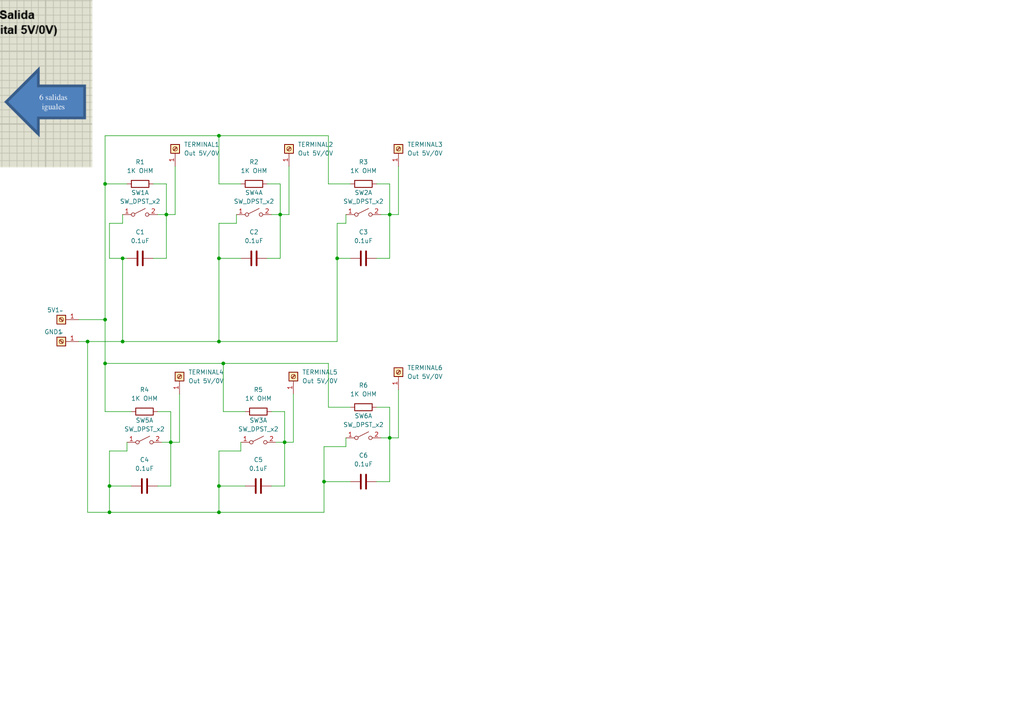
<source format=kicad_sch>
(kicad_sch (version 20250114) (generator "eeschema") (generator_version "9.0")
  (paper "A4")
  (lib_symbols
    (symbol "Connector:Screw_Terminal_01x01" (pin_names (offset 1.016) (hide yes))
      (property "Reference" "J" (at 0 2.54 0))
      (property "Value" "Screw_Terminal_01x01" (at 0 -2.54 0))
      (symbol "Screw_Terminal_01x01_1_1"
        (rectangle (start -1.27 1.27) (end 1.27 -1.27) (stroke (width 0.254)) (fill (type background)))
        (polyline (pts (xy -0.5334 0.3302) (xy 0.3302 -0.508)) (stroke (width 0.1524)))
        (polyline (pts (xy -0.3556 0.508) (xy 0.508 -0.3302)) (stroke (width 0.1524)))
        (circle (center 0 0) (radius 0.635) (stroke (width 0.1524)))
        (pin passive line (at -5.08 0 0) (length 3.81) (name "Pin_1") (number "1"))
      )
    )
    (symbol "Device:C" (pin_numbers (hide yes)) (pin_names (offset 0.254))
      (property "Reference" "C" (at 0.635 2.54 0))
      (property "Value" "C" (at 0.635 -2.54 0))
      (symbol "C_0_1"
        (polyline (pts (xy -2.032 0.762) (xy 2.032 0.762)) (stroke (width 0.508)))
        (polyline (pts (xy -2.032 -0.762) (xy 2.032 -0.762)) (stroke (width 0.508)))
      )
      (symbol "C_1_1"
        (pin passive line (at 0 3.81 270) (length 2.794) (name "~") (number "1"))
        (pin passive line (at 0 -3.81 90) (length 2.794) (name "~") (number "2"))
      )
    )
    (symbol "Device:R" (pin_numbers (hide yes)) (pin_names (offset 0))
      (property "Reference" "R" (at 2.032 0 90))
      (property "Value" "R" (at 0 0 90))
      (symbol "R_0_1"
        (rectangle (start -1.016 -2.54) (end 1.016 2.54) (stroke (width 0.254)))
      )
      (symbol "R_1_1"
        (pin passive line (at 0 3.81 270) (length 1.27) (name "~") (number "1"))
        (pin passive line (at 0 -3.81 90) (length 1.27) (name "~") (number "2"))
      )
    )
    (symbol "Switch:SW_DPST_x2" (pin_names (offset 0) (hide yes))
      (property "Reference" "SW" (at 0 3.175 0))
      (property "Value" "SW_DPST_x2" (at 0 -2.54 0))
      (symbol "SW_DPST_x2_0_0"
        (circle (center -2.032 0) (radius 0.508))
        (polyline (pts (xy -1.524 0.254) (xy 1.524 1.778)))
        (circle (center 2.032 0) (radius 0.508))
      )
      (symbol "SW_DPST_x2_1_1"
        (pin passive line (at -5.08 0 0) (length 2.54) (name "A") (number "1"))
        (pin passive line (at 5.08 0 180) (length 2.54) (name "B") (number "2"))
      )
      (symbol "SW_DPST_x2_2_1"
        (pin passive line (at -5.08 0 0) (length 2.54) (name "A") (number "3"))
        (pin passive line (at 5.08 0 180) (length 2.54) (name "B") (number "4"))
      )
    )
  )
  (junction (at 63.5 148.59))
  (junction (at 30.48 92.71))
  (junction (at 49.53 128.27))
  (junction (at 93.98 139.7))
  (junction (at 63.5 99.06))
  (junction (at 82.55 128.27))
  (junction (at 31.75 140.97))
  (junction (at 64.77 105.41))
  (junction (at 113.03 127))
  (junction (at 63.5 140.97))
  (junction (at 63.5 39.37))
  (junction (at 97.79 74.93))
  (junction (at 81.28 62.23))
  (junction (at 30.48 53.34))
  (junction (at 35.56 74.93))
  (junction (at 30.48 105.41))
  (junction (at 25.4 99.06))
  (junction (at 48.26 62.23))
  (junction (at 113.03 62.23))
  (junction (at 63.5 74.93))
  (junction (at 31.75 148.59))
  (junction (at 35.56 99.06))
  (wire (pts (xy 82.55 128.27) (xy 82.55 140.97)))
  (wire (pts (xy 95.25 105.41) (xy 64.77 105.41)))
  (wire (pts (xy 25.4 148.59) (xy 25.4 99.06)))
  (wire (pts (xy 31.75 130.81) (xy 36.83 130.81)))
  (wire (pts (xy 30.48 92.71) (xy 30.48 105.41)))
  (wire (pts (xy 50.8 48.26) (xy 50.8 62.23)))
  (wire (pts (xy 49.53 128.27) (xy 49.53 140.97)))
  (wire (pts (xy 113.03 127) (xy 113.03 139.7)))
  (wire (pts (xy 63.5 140.97) (xy 71.12 140.97)))
  (wire (pts (xy 31.75 64.77) (xy 35.56 64.77)))
  (wire (pts (xy 81.28 62.23) (xy 81.28 74.93)))
  (wire (pts (xy 31.75 148.59) (xy 25.4 148.59)))
  (wire (pts (xy 48.26 53.34) (xy 48.26 62.23)))
  (wire (pts (xy 93.98 129.54) (xy 100.33 129.54)))
  (wire (pts (xy 31.75 74.93) (xy 35.56 74.93)))
  (wire (pts (xy 49.53 119.38) (xy 49.53 128.27)))
  (wire (pts (xy 78.74 140.97) (xy 82.55 140.97)))
  (wire (pts (xy 30.48 53.34) (xy 30.48 92.71)))
  (wire (pts (xy 95.25 118.11) (xy 101.6 118.11)))
  (wire (pts (xy 30.48 39.37) (xy 30.48 53.34)))
  (wire (pts (xy 85.09 128.27) (xy 82.55 128.27)))
  (wire (pts (xy 44.45 74.93) (xy 48.26 74.93)))
  (wire (pts (xy 35.56 62.23) (xy 35.56 64.77)))
  (wire (pts (xy 45.72 140.97) (xy 49.53 140.97)))
  (wire (pts (xy 48.26 62.23) (xy 48.26 74.93)))
  (wire (pts (xy 63.5 74.93) (xy 63.5 99.06)))
  (wire (pts (xy 93.98 139.7) (xy 93.98 129.54)))
  (wire (pts (xy 81.28 53.34) (xy 81.28 62.23)))
  (wire (pts (xy 85.09 114.3) (xy 85.09 128.27)))
  (wire (pts (xy 100.33 127) (xy 100.33 129.54)))
  (wire (pts (xy 69.85 128.27) (xy 69.85 130.81)))
  (wire (pts (xy 77.47 53.34) (xy 81.28 53.34)))
  (wire (pts (xy 109.22 74.93) (xy 113.03 74.93)))
  (wire (pts (xy 93.98 148.59) (xy 63.5 148.59)))
  (wire (pts (xy 93.98 139.7) (xy 93.98 148.59)))
  (wire (pts (xy 30.48 119.38) (xy 38.1 119.38)))
  (wire (pts (xy 115.57 127) (xy 113.03 127)))
  (wire (pts (xy 78.74 62.23) (xy 81.28 62.23)))
  (wire (pts (xy 68.58 62.23) (xy 68.58 64.77)))
  (wire (pts (xy 30.48 53.34) (xy 36.83 53.34)))
  (wire (pts (xy 64.77 105.41) (xy 30.48 105.41)))
  (wire (pts (xy 100.33 62.23) (xy 100.33 64.77)))
  (wire (pts (xy 22.86 99.06) (xy 25.4 99.06)))
  (wire (pts (xy 63.5 53.34) (xy 69.85 53.34)))
  (wire (pts (xy 63.5 148.59) (xy 31.75 148.59)))
  (wire (pts (xy 83.82 62.23) (xy 81.28 62.23)))
  (wire (pts (xy 31.75 140.97) (xy 31.75 130.81)))
  (wire (pts (xy 95.25 118.11) (xy 95.25 105.41)))
  (wire (pts (xy 31.75 140.97) (xy 31.75 148.59)))
  (wire (pts (xy 93.98 139.7) (xy 101.6 139.7)))
  (wire (pts (xy 45.72 119.38) (xy 49.53 119.38)))
  (wire (pts (xy 83.82 48.26) (xy 83.82 62.23)))
  (wire (pts (xy 63.5 140.97) (xy 63.5 130.81)))
  (wire (pts (xy 63.5 53.34) (xy 63.5 39.37)))
  (wire (pts (xy 109.22 139.7) (xy 113.03 139.7)))
  (wire (pts (xy 95.25 39.37) (xy 63.5 39.37)))
  (wire (pts (xy 63.5 140.97) (xy 63.5 148.59)))
  (wire (pts (xy 110.49 127) (xy 113.03 127)))
  (wire (pts (xy 63.5 39.37) (xy 30.48 39.37)))
  (wire (pts (xy 30.48 105.41) (xy 30.48 119.38)))
  (wire (pts (xy 97.79 99.06) (xy 63.5 99.06)))
  (wire (pts (xy 97.79 74.93) (xy 97.79 99.06)))
  (wire (pts (xy 63.5 130.81) (xy 69.85 130.81)))
  (wire (pts (xy 52.07 114.3) (xy 52.07 128.27)))
  (wire (pts (xy 64.77 119.38) (xy 64.77 105.41)))
  (wire (pts (xy 97.79 64.77) (xy 97.79 74.93)))
  (wire (pts (xy 35.56 74.93) (xy 35.56 99.06)))
  (wire (pts (xy 63.5 64.77) (xy 68.58 64.77)))
  (wire (pts (xy 78.74 119.38) (xy 82.55 119.38)))
  (wire (pts (xy 113.03 53.34) (xy 113.03 62.23)))
  (wire (pts (xy 25.4 99.06) (xy 35.56 99.06)))
  (wire (pts (xy 63.5 74.93) (xy 69.85 74.93)))
  (wire (pts (xy 115.57 48.26) (xy 115.57 62.23)))
  (wire (pts (xy 110.49 62.23) (xy 113.03 62.23)))
  (wire (pts (xy 64.77 119.38) (xy 71.12 119.38)))
  (wire (pts (xy 45.72 62.23) (xy 48.26 62.23)))
  (wire (pts (xy 109.22 53.34) (xy 113.03 53.34)))
  (wire (pts (xy 109.22 118.11) (xy 113.03 118.11)))
  (wire (pts (xy 97.79 74.93) (xy 101.6 74.93)))
  (wire (pts (xy 50.8 62.23) (xy 48.26 62.23)))
  (wire (pts (xy 113.03 118.11) (xy 113.03 127)))
  (wire (pts (xy 82.55 119.38) (xy 82.55 128.27)))
  (wire (pts (xy 36.83 74.93) (xy 35.56 74.93)))
  (wire (pts (xy 31.75 140.97) (xy 38.1 140.97)))
  (wire (pts (xy 36.83 128.27) (xy 36.83 130.81)))
  (wire (pts (xy 115.57 62.23) (xy 113.03 62.23)))
  (wire (pts (xy 95.25 53.34) (xy 95.25 39.37)))
  (wire (pts (xy 115.57 113.03) (xy 115.57 127)))
  (wire (pts (xy 52.07 128.27) (xy 49.53 128.27)))
  (wire (pts (xy 31.75 64.77) (xy 31.75 74.93)))
  (wire (pts (xy 22.86 92.71) (xy 30.48 92.71)))
  (wire (pts (xy 100.33 64.77) (xy 97.79 64.77)))
  (wire (pts (xy 77.47 74.93) (xy 81.28 74.93)))
  (wire (pts (xy 95.25 53.34) (xy 101.6 53.34)))
  (wire (pts (xy 44.45 53.34) (xy 48.26 53.34)))
  (wire (pts (xy 46.99 128.27) (xy 49.53 128.27)))
  (wire (pts (xy 80.01 128.27) (xy 82.55 128.27)))
  (wire (pts (xy 63.5 64.77) (xy 63.5 74.93)))
  (wire (pts (xy 63.5 99.06) (xy 35.56 99.06)))
  (wire (pts (xy 113.03 62.23) (xy 113.03 74.93)))
  (image (at -8.89 24.13) (scale 0.505592))
  (symbol (lib_id "Device:R") (at 41.91 119.38 90) (unit 1)
    (property "Reference" "R4" (at 41.91 113.03 90))
    (property "Value" "1K OHM" (at 41.91 115.57 90))
    (property "Footprint" "Library:R_Axial_DIN0207_L6.3mm_D2.5mm_P7.62mm_HorizontalBIG" (effects (hide yes)))
    (property "Description" "Resistor" (effects (hide yes)))
  )
  (symbol (lib_id "Switch:SW_DPST_x2") (at 74.93 128.27 0) (unit 1)
    (property "Reference" "SW3" (at 74.93 121.92 0))
    (property "Value" "SW_DPST_x2" (at 74.93 124.46 0))
    (property "Footprint" "Library:SW_DIP_SPSTx01_Slide_9.78x4.72mm_W7.62mm_P2.54mmBIG" (effects (hide yes)))
    (property "Description" "Single Pole Single Throw (SPST) switch, separate symbol" (effects (hide yes)))
  )
  (symbol (lib_id "Connector:Screw_Terminal_01x01") (at 52.07 109.22 90) (unit 1)
    (property "Reference" "TERMINAL4" (at 54.61 107.9499 90) (effects (justify right)))
    (property "Value" "Out 5V/0V" (at 54.61 110.4899 90) (effects (justify right)))
    (property "Footprint" "Library:PinHeader_1x01_P1.00mm_VerticalBIG" (effects (hide yes)))
    (property "Description" "Generic screw terminal, single row, 01x01, script generated (kicad-library-utils/schlib/autogen/connector/)" (effects (hide yes)))
  )
  (symbol (lib_id "Device:R") (at 73.66 53.34 90) (unit 1)
    (property "Reference" "R2" (at 73.66 46.99 90))
    (property "Value" "1K OHM" (at 73.66 49.53 90))
    (property "Footprint" "Library:R_Axial_DIN0207_L6.3mm_D2.5mm_P7.62mm_HorizontalBIG" (effects (hide yes)))
    (property "Description" "Resistor" (effects (hide yes)))
  )
  (symbol (lib_id "Device:R") (at 105.41 118.11 90) (unit 1)
    (property "Reference" "R6" (at 105.41 111.76 90))
    (property "Value" "1K OHM" (at 105.41 114.3 90))
    (property "Footprint" "Library:R_Axial_DIN0207_L6.3mm_D2.5mm_P7.62mm_HorizontalBIG" (effects (hide yes)))
    (property "Description" "Resistor" (effects (hide yes)))
  )
  (symbol (lib_id "Switch:SW_DPST_x2") (at 40.64 62.23 0) (unit 1)
    (property "Reference" "SW1" (at 40.64 55.88 0))
    (property "Value" "SW_DPST_x2" (at 40.64 58.42 0))
    (property "Footprint" "Library:SW_DIP_SPSTx01_Slide_9.78x4.72mm_W7.62mm_P2.54mmBIG" (effects (hide yes)))
    (property "Description" "Single Pole Single Throw (SPST) switch, separate symbol" (effects (hide yes)))
  )
  (symbol (lib_id "Device:C") (at 41.91 140.97 90) (unit 1)
    (property "Reference" "C4" (at 41.91 133.35 90))
    (property "Value" "0.1uF" (at 41.91 135.89 90))
    (property "Footprint" "Library:CP_Radial_D5.0mm_P2.00mmBIG" (effects (hide yes)))
    (property "Description" "Unpolarized capacitor" (effects (hide yes)))
  )
  (symbol (lib_id "Device:R") (at 105.41 53.34 90) (unit 1)
    (property "Reference" "R3" (at 105.41 46.99 90))
    (property "Value" "1K OHM" (at 105.41 49.53 90))
    (property "Footprint" "Library:R_Axial_DIN0207_L6.3mm_D2.5mm_P7.62mm_HorizontalBIG" (effects (hide yes)))
    (property "Description" "Resistor" (effects (hide yes)))
  )
  (symbol (lib_id "Device:C") (at 73.66 74.93 90) (unit 1)
    (property "Reference" "C2" (at 73.66 67.31 90))
    (property "Value" "0.1uF" (at 73.66 69.85 90))
    (property "Footprint" "Library:CP_Radial_D5.0mm_P2.00mmBIG" (effects (hide yes)))
    (property "Description" "Unpolarized capacitor" (effects (hide yes)))
  )
  (symbol (lib_id "Connector:Screw_Terminal_01x01") (at 115.57 107.95 90) (unit 1)
    (property "Reference" "TERMINAL6" (at 118.11 106.6799 90) (effects (justify right)))
    (property "Value" "Out 5V/0V" (at 118.11 109.2199 90) (effects (justify right)))
    (property "Footprint" "Library:PinHeader_1x01_P1.00mm_VerticalBIG" (effects (hide yes)))
    (property "Description" "Generic screw terminal, single row, 01x01, script generated (kicad-library-utils/schlib/autogen/connector/)" (effects (hide yes)))
  )
  (symbol (lib_id "Connector:Screw_Terminal_01x01") (at 83.82 43.18 90) (unit 1)
    (property "Reference" "TERMINAL2" (at 86.36 41.9099 90) (effects (justify right)))
    (property "Value" "Out 5V/0V" (at 86.36 44.4499 90) (effects (justify right)))
    (property "Footprint" "Library:PinHeader_1x01_P1.00mm_VerticalBIG" (effects (hide yes)))
    (property "Description" "Generic screw terminal, single row, 01x01, script generated (kicad-library-utils/schlib/autogen/connector/)" (effects (hide yes)))
  )
  (symbol (lib_id "Device:C") (at 74.93 140.97 90) (unit 1)
    (property "Reference" "C5" (at 74.93 133.35 90))
    (property "Value" "0.1uF" (at 74.93 135.89 90))
    (property "Footprint" "Library:CP_Radial_D5.0mm_P2.00mmBIG" (effects (hide yes)))
    (property "Description" "Unpolarized capacitor" (effects (hide yes)))
  )
  (symbol (lib_id "Switch:SW_DPST_x2") (at 73.66 62.23 0) (unit 1)
    (property "Reference" "SW4" (at 73.66 55.88 0))
    (property "Value" "SW_DPST_x2" (at 73.66 58.42 0))
    (property "Footprint" "Library:SW_DIP_SPSTx01_Slide_9.78x4.72mm_W7.62mm_P2.54mmBIG" (effects (hide yes)))
    (property "Description" "Single Pole Single Throw (SPST) switch, separate symbol" (effects (hide yes)))
  )
  (symbol (lib_id "Device:R") (at 74.93 119.38 90) (unit 1)
    (property "Reference" "R5" (at 74.93 113.03 90))
    (property "Value" "1K OHM" (at 74.93 115.57 90))
    (property "Footprint" "Library:R_Axial_DIN0207_L6.3mm_D2.5mm_P7.62mm_HorizontalBIG" (effects (hide yes)))
    (property "Description" "Resistor" (effects (hide yes)))
  )
  (symbol (lib_id "Connector:Screw_Terminal_01x01") (at 50.8 43.18 90) (unit 1)
    (property "Reference" "TERMINAL1" (at 53.34 41.9099 90) (effects (justify right)))
    (property "Value" "Out 5V/0V" (at 53.34 44.4499 90) (effects (justify right)))
    (property "Footprint" "Library:PinHeader_1x01_P1.00mm_VerticalBIG" (effects (hide yes)))
    (property "Description" "Generic screw terminal, single row, 01x01, script generated (kicad-library-utils/schlib/autogen/connector/)" (effects (hide yes)))
  )
  (symbol (lib_id "Connector:Screw_Terminal_01x01") (at 17.78 99.06 180) (unit 1)
    (property "Reference" "GND1" (at 15.494 96.266 0))
    (property "Value" "~" (at 17.78 96.52 0))
    (property "Footprint" "Library:PinHeader_1x01_P1.00mm_VerticalBIG" (effects (hide yes)))
    (property "Description" "Generic screw terminal, single row, 01x01, script generated (kicad-library-utils/schlib/autogen/connector/)" (effects (hide yes)))
  )
  (symbol (lib_id "Device:C") (at 40.64 74.93 90) (unit 1)
    (property "Reference" "C1" (at 40.64 67.31 90))
    (property "Value" "0.1uF" (at 40.64 69.85 90))
    (property "Footprint" "Library:CP_Radial_D5.0mm_P2.00mmBIG" (effects (hide yes)))
    (property "Description" "Unpolarized capacitor" (effects (hide yes)))
  )
  (symbol (lib_id "Switch:SW_DPST_x2") (at 105.41 62.23 0) (unit 1)
    (property "Reference" "SW2" (at 105.41 55.88 0))
    (property "Value" "SW_DPST_x2" (at 105.41 58.42 0))
    (property "Footprint" "Library:SW_DIP_SPSTx01_Slide_9.78x4.72mm_W7.62mm_P2.54mmBIG" (effects (hide yes)))
    (property "Description" "Single Pole Single Throw (SPST) switch, separate symbol" (effects (hide yes)))
  )
  (symbol (lib_id "Switch:SW_DPST_x2") (at 105.41 127 0) (unit 1)
    (property "Reference" "SW6" (at 105.41 120.65 0))
    (property "Value" "SW_DPST_x2" (at 105.41 123.19 0))
    (property "Footprint" "Library:SW_DIP_SPSTx01_Slide_9.78x4.72mm_W7.62mm_P2.54mmBIG" (effects (hide yes)))
    (property "Description" "Single Pole Single Throw (SPST) switch, separate symbol" (effects (hide yes)))
  )
  (symbol (lib_id "Connector:Screw_Terminal_01x01") (at 115.57 43.18 90) (unit 1)
    (property "Reference" "TERMINAL3" (at 118.11 41.9099 90) (effects (justify right)))
    (property "Value" "Out 5V/0V" (at 118.11 44.4499 90) (effects (justify right)))
    (property "Footprint" "Library:PinHeader_1x01_P1.00mm_VerticalBIG" (effects (hide yes)))
    (property "Description" "Generic screw terminal, single row, 01x01, script generated (kicad-library-utils/schlib/autogen/connector/)" (effects (hide yes)))
  )
  (symbol (lib_id "Connector:Screw_Terminal_01x01") (at 17.78 92.71 180) (unit 1)
    (property "Reference" "5V1" (at 15.494 89.916 0))
    (property "Value" "~" (at 17.78 90.17 0))
    (property "Footprint" "Library:PinHeader_1x01_P1.00mm_VerticalBIG" (effects (hide yes)))
    (property "Description" "Generic screw terminal, single row, 01x01, script generated (kicad-library-utils/schlib/autogen/connector/)" (effects (hide yes)))
  )
  (symbol (lib_id "Device:C") (at 105.41 74.93 90) (unit 1)
    (property "Reference" "C3" (at 105.41 67.31 90))
    (property "Value" "0.1uF" (at 105.41 69.85 90))
    (property "Footprint" "Library:CP_Radial_D5.0mm_P2.00mmBIG" (effects (hide yes)))
    (property "Description" "Unpolarized capacitor" (effects (hide yes)))
  )
  (symbol (lib_id "Device:C") (at 105.41 139.7 90) (unit 1)
    (property "Reference" "C6" (at 105.41 132.08 90))
    (property "Value" "0.1uF" (at 105.41 134.62 90))
    (property "Footprint" "Library:CP_Radial_D5.0mm_P2.00mmBIG" (effects (hide yes)))
    (property "Description" "Unpolarized capacitor" (effects (hide yes)))
  )
  (symbol (lib_id "Switch:SW_DPST_x2") (at 41.91 128.27 0) (unit 1)
    (property "Reference" "SW5" (at 41.91 121.92 0))
    (property "Value" "SW_DPST_x2" (at 41.91 124.46 0))
    (property "Footprint" "Library:SW_DIP_SPSTx01_Slide_9.78x4.72mm_W7.62mm_P2.54mmBIG" (effects (hide yes)))
    (property "Description" "Single Pole Single Throw (SPST) switch, separate symbol" (effects (hide yes)))
  )
  (symbol (lib_id "Connector:Screw_Terminal_01x01") (at 85.09 109.22 90) (unit 1)
    (property "Reference" "TERMINAL5" (at 87.63 107.9499 90) (effects (justify right)))
    (property "Value" "Out 5V/0V" (at 87.63 110.4899 90) (effects (justify right)))
    (property "Footprint" "Library:PinHeader_1x01_P1.00mm_VerticalBIG" (effects (hide yes)))
    (property "Description" "Generic screw terminal, single row, 01x01, script generated (kicad-library-utils/schlib/autogen/connector/)" (effects (hide yes)))
  )
  (symbol (lib_id "Device:R") (at 40.64 53.34 90) (unit 1)
    (property "Reference" "R1" (at 40.64 46.99 90))
    (property "Value" "1K OHM" (at 40.64 49.53 90))
    (property "Footprint" "Library:R_Axial_DIN0207_L6.3mm_D2.5mm_P7.62mm_HorizontalBIG" (effects (hide yes)))
    (property "Description" "Resistor" (effects (hide yes)))
  )
)
</source>
